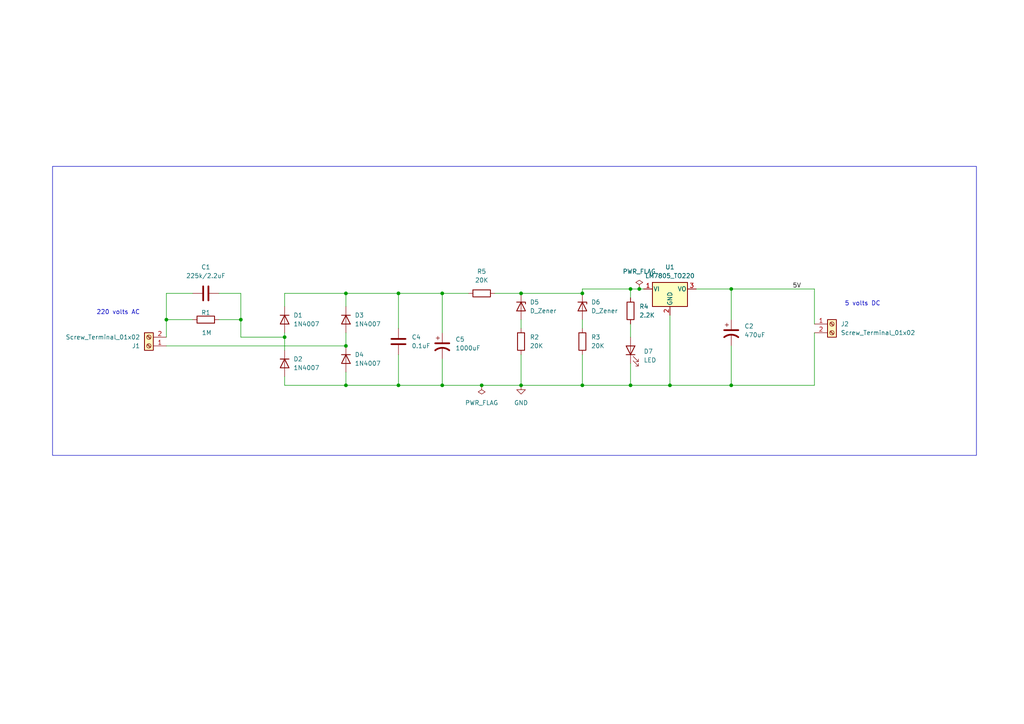
<source format=kicad_sch>
(kicad_sch (version 20231120) (generator "eeschema") (generator_version "8.0")
  (paper "A4")
  (title_block (title "Transformerless Power Supply") (date "21-01-25"))
  (lib_symbols
    (symbol "Connector:Screw_Terminal_01x02" (pin_names (offset 1.016) hide)
      (property "Reference" "J" (at 0 2.54 0))
      (property "Value" "Screw_Terminal_01x02" (at 0 -5.08 0))
      (symbol "Screw_Terminal_01x02_1_1"
        (rectangle (start -1.27 1.27) (end 1.27 -3.81) (stroke (width 0.254)) (fill (type background)))
        (circle (center 0 -2.54) (radius 0.635) (stroke (width 0.1524)))
        (polyline (pts (xy -0.5334 -2.2098) (xy 0.3302 -3.048)) (stroke (width 0.1524)))
        (polyline (pts (xy -0.5334 0.3302) (xy 0.3302 -0.508)) (stroke (width 0.1524)))
        (polyline (pts (xy -0.3556 -2.032) (xy 0.508 -2.8702)) (stroke (width 0.1524)))
        (polyline (pts (xy -0.3556 0.508) (xy 0.508 -0.3302)) (stroke (width 0.1524)))
        (circle (center 0 0) (radius 0.635) (stroke (width 0.1524)))
        (pin passive line (at -5.08 0 0) (length 3.81) (name "Pin_1") (number "1"))
        (pin passive line (at -5.08 -2.54 0) (length 3.81) (name "Pin_2") (number "2"))
      )
    )
    (symbol "Device:C" (pin_numbers hide) (pin_names (offset 0.254))
      (property "Reference" "C" (at 0.635 2.54 0))
      (property "Value" "C" (at 0.635 -2.54 0))
      (symbol "C_0_1"
        (polyline (pts (xy -2.032 -0.762) (xy 2.032 -0.762)) (stroke (width 0.508)))
        (polyline (pts (xy -2.032 0.762) (xy 2.032 0.762)) (stroke (width 0.508)))
      )
      (symbol "C_1_1"
        (pin passive line (at 0 3.81 270) (length 2.794) (name "~") (number "1"))
        (pin passive line (at 0 -3.81 90) (length 2.794) (name "~") (number "2"))
      )
    )
    (symbol "Device:C_Polarized_US" (pin_numbers hide) (pin_names (offset 0.254) hide)
      (property "Reference" "C" (at 0.635 2.54 0))
      (property "Value" "C_Polarized_US" (at 0.635 -2.54 0))
      (symbol "C_Polarized_US_0_1"
        (polyline (pts (xy -2.032 0.762) (xy 2.032 0.762)) (stroke (width 0.508)))
        (polyline (pts (xy -1.778 2.286) (xy -0.762 2.286)))
        (polyline (pts (xy -1.27 1.778) (xy -1.27 2.794)))
        (arc (start 2.032 -1.27) (mid 0 -0.5572) (end -2.032 -1.27) (stroke (width 0.508)))
      )
      (symbol "C_Polarized_US_1_1"
        (pin passive line (at 0 3.81 270) (length 2.794) (name "~") (number "1"))
        (pin passive line (at 0 -3.81 90) (length 3.302) (name "~") (number "2"))
      )
    )
    (symbol "Device:D_Zener" (pin_numbers hide) (pin_names (offset 1.016) hide)
      (property "Reference" "D" (at 0 2.54 0))
      (property "Value" "D_Zener" (at 0 -2.54 0))
      (symbol "D_Zener_0_1"
        (polyline (pts (xy 1.27 0) (xy -1.27 0)))
        (polyline (pts (xy -1.27 -1.27) (xy -1.27 1.27) (xy -0.762 1.27)) (stroke (width 0.254)))
        (polyline (pts (xy 1.27 -1.27) (xy 1.27 1.27) (xy -1.27 0) (xy 1.27 -1.27)) (stroke (width 0.254)))
      )
      (symbol "D_Zener_1_1"
        (pin passive line (at -3.81 0 0) (length 2.54) (name "K") (number "1"))
        (pin passive line (at 3.81 0 180) (length 2.54) (name "A") (number "2"))
      )
    )
    (symbol "Device:LED" (pin_numbers hide) (pin_names (offset 1.016) hide)
      (property "Reference" "D" (at 0 2.54 0))
      (property "Value" "LED" (at 0 -2.54 0))
      (symbol "LED_0_1"
        (polyline (pts (xy -1.27 -1.27) (xy -1.27 1.27)) (stroke (width 0.254)))
        (polyline (pts (xy -1.27 0) (xy 1.27 0)))
        (polyline (pts (xy 1.27 -1.27) (xy 1.27 1.27) (xy -1.27 0) (xy 1.27 -1.27)) (stroke (width 0.254)))
        (polyline (pts (xy -3.048 -0.762) (xy -4.572 -2.286) (xy -3.81 -2.286) (xy -4.572 -2.286) (xy -4.572 -1.524)))
        (polyline (pts (xy -1.778 -0.762) (xy -3.302 -2.286) (xy -2.54 -2.286) (xy -3.302 -2.286) (xy -3.302 -1.524)))
      )
      (symbol "LED_1_1"
        (pin passive line (at -3.81 0 0) (length 2.54) (name "K") (number "1"))
        (pin passive line (at 3.81 0 180) (length 2.54) (name "A") (number "2"))
      )
    )
    (symbol "Device:R" (pin_numbers hide) (pin_names (offset 0))
      (property "Reference" "R" (at 2.032 0 90))
      (property "Value" "R" (at 0 0 90))
      (symbol "R_0_1"
        (rectangle (start -1.016 -2.54) (end 1.016 2.54) (stroke (width 0.254)))
      )
      (symbol "R_1_1"
        (pin passive line (at 0 3.81 270) (length 1.27) (name "~") (number "1"))
        (pin passive line (at 0 -3.81 90) (length 1.27) (name "~") (number "2"))
      )
    )
    (symbol "Diode:1N4007" (pin_numbers hide) (pin_names hide)
      (property "Reference" "D" (at 0 2.54 0))
      (property "Value" "1N4007" (at 0 -2.54 0))
      (symbol "1N4007_0_1"
        (polyline (pts (xy -1.27 1.27) (xy -1.27 -1.27)) (stroke (width 0.254)))
        (polyline (pts (xy 1.27 0) (xy -1.27 0)))
        (polyline (pts (xy 1.27 1.27) (xy 1.27 -1.27) (xy -1.27 0) (xy 1.27 1.27)) (stroke (width 0.254)))
      )
      (symbol "1N4007_1_1"
        (pin passive line (at -3.81 0 0) (length 2.54) (name "K") (number "1"))
        (pin passive line (at 3.81 0 180) (length 2.54) (name "A") (number "2"))
      )
    )
    (symbol "Regulator_Linear:LM7805_TO220" (pin_names (offset 0.254))
      (property "Reference" "U" (at -3.81 3.175 0))
      (property "Value" "LM7805_TO220" (at 0 3.175 0))
      (symbol "LM7805_TO220_0_1"
        (rectangle (start -5.08 1.905) (end 5.08 -5.08) (stroke (width 0.254)) (fill (type background)))
      )
      (symbol "LM7805_TO220_1_1"
        (pin power_in line (at -7.62 0 0) (length 2.54) (name "VI") (number "1"))
        (pin power_in line (at 0 -7.62 90) (length 2.54) (name "GND") (number "2"))
        (pin power_out line (at 7.62 0 180) (length 2.54) (name "VO") (number "3"))
      )
    )
    (symbol "power:GND" (power) (pin_numbers hide) (pin_names (offset 0) hide)
      (property "Value" "GND" (at 0 -3.81 0))
      (symbol "GND_0_1"
        (polyline (pts (xy 0 0) (xy 0 -1.27) (xy 1.27 -1.27) (xy 0 -2.54) (xy -1.27 -1.27) (xy 0 -1.27)))
      )
      (symbol "GND_1_1"
        (pin power_in line (at 0 0 270) (length 0) (name "~") (number "1"))
      )
    )
    (symbol "power:PWR_FLAG" (power) (pin_numbers hide) (pin_names (offset 0) hide)
      (property "Value" "PWR_FLAG" (at 0 3.81 0))
      (symbol "PWR_FLAG_0_0"
        (pin power_out line (at 0 0 90) (length 0) (name "~") (number "1"))
      )
      (symbol "PWR_FLAG_0_1"
        (polyline (pts (xy 0 0) (xy 0 1.27) (xy -1.016 1.905) (xy 0 2.54) (xy 1.016 1.905) (xy 0 1.27)))
      )
    )
  )
  (junction (at 48.26 92.71))
  (junction (at 100.33 85.09))
  (junction (at 212.09 83.82))
  (junction (at 185.42 83.82))
  (junction (at 69.85 92.71))
  (junction (at 212.09 111.76))
  (junction (at 139.7 111.76))
  (junction (at 100.33 111.76))
  (junction (at 128.27 111.76))
  (junction (at 182.88 83.82))
  (junction (at 115.57 85.09))
  (junction (at 168.91 111.76))
  (junction (at 128.27 85.09))
  (junction (at 151.13 85.09))
  (junction (at 168.91 85.09))
  (junction (at 182.88 111.76))
  (junction (at 100.33 100.33))
  (junction (at 151.13 111.76))
  (junction (at 194.31 111.76))
  (junction (at 82.55 97.79))
  (junction (at 115.57 111.76))
  (wire (pts (xy 212.09 100.33) (xy 212.09 111.76)))
  (wire (pts (xy 182.88 83.82) (xy 182.88 86.36)))
  (wire (pts (xy 128.27 85.09) (xy 135.89 85.09)))
  (wire (pts (xy 194.31 111.76) (xy 182.88 111.76)))
  (wire (pts (xy 182.88 105.41) (xy 182.88 111.76)))
  (wire (pts (xy 69.85 92.71) (xy 63.5 92.71)))
  (wire (pts (xy 151.13 85.09) (xy 168.91 85.09)))
  (wire (pts (xy 69.85 97.79) (xy 82.55 97.79)))
  (wire (pts (xy 115.57 85.09) (xy 100.33 85.09)))
  (wire (pts (xy 100.33 111.76) (xy 115.57 111.76)))
  (wire (pts (xy 182.88 93.98) (xy 182.88 97.79)))
  (wire (pts (xy 48.26 92.71) (xy 48.26 97.79)))
  (wire (pts (xy 100.33 85.09) (xy 100.33 88.9)))
  (wire (pts (xy 82.55 85.09) (xy 100.33 85.09)))
  (wire (pts (xy 168.91 92.71) (xy 168.91 95.25)))
  (wire (pts (xy 151.13 102.87) (xy 151.13 111.76)))
  (wire (pts (xy 128.27 104.14) (xy 128.27 111.76)))
  (wire (pts (xy 194.31 91.44) (xy 194.31 111.76)))
  (wire (pts (xy 115.57 102.87) (xy 115.57 111.76)))
  (wire (pts (xy 100.33 96.52) (xy 100.33 100.33)))
  (wire (pts (xy 212.09 83.82) (xy 212.09 92.71)))
  (wire (pts (xy 48.26 85.09) (xy 55.88 85.09)))
  (wire (pts (xy 201.93 83.82) (xy 212.09 83.82)))
  (wire (pts (xy 168.91 111.76) (xy 151.13 111.76)))
  (wire (pts (xy 115.57 111.76) (xy 128.27 111.76)))
  (wire (pts (xy 143.51 85.09) (xy 151.13 85.09)))
  (wire (pts (xy 186.69 83.82) (xy 185.42 83.82)))
  (wire (pts (xy 82.55 88.9) (xy 82.55 85.09)))
  (wire (pts (xy 100.33 111.76) (xy 100.33 107.95)))
  (wire (pts (xy 236.22 93.98) (xy 236.22 83.82)))
  (wire (pts (xy 82.55 97.79) (xy 82.55 101.6)))
  (wire (pts (xy 69.85 85.09) (xy 69.85 92.71)))
  (wire (pts (xy 151.13 92.71) (xy 151.13 95.25)))
  (wire (pts (xy 182.88 111.76) (xy 168.91 111.76)))
  (wire (pts (xy 48.26 92.71) (xy 55.88 92.71)))
  (wire (pts (xy 139.7 111.76) (xy 128.27 111.76)))
  (wire (pts (xy 151.13 111.76) (xy 139.7 111.76)))
  (wire (pts (xy 168.91 83.82) (xy 168.91 85.09)))
  (wire (pts (xy 236.22 83.82) (xy 212.09 83.82)))
  (wire (pts (xy 82.55 111.76) (xy 100.33 111.76)))
  (wire (pts (xy 236.22 96.52) (xy 236.22 111.76)))
  (wire (pts (xy 236.22 111.76) (xy 212.09 111.76)))
  (wire (pts (xy 185.42 83.82) (xy 182.88 83.82)))
  (wire (pts (xy 128.27 85.09) (xy 115.57 85.09)))
  (wire (pts (xy 182.88 83.82) (xy 168.91 83.82)))
  (wire (pts (xy 48.26 100.33) (xy 100.33 100.33)))
  (wire (pts (xy 168.91 102.87) (xy 168.91 111.76)))
  (wire (pts (xy 48.26 85.09) (xy 48.26 92.71)))
  (wire (pts (xy 212.09 111.76) (xy 194.31 111.76)))
  (wire (pts (xy 63.5 85.09) (xy 69.85 85.09)))
  (wire (pts (xy 69.85 92.71) (xy 69.85 97.79)))
  (wire (pts (xy 82.55 96.52) (xy 82.55 97.79)))
  (wire (pts (xy 115.57 95.25) (xy 115.57 85.09)))
  (wire (pts (xy 128.27 96.52) (xy 128.27 85.09)))
  (wire (pts (xy 82.55 109.22) (xy 82.55 111.76)))
  (rectangle (start 15.24 48.26) (end 283.21 132.08))
  (text "220 volts AC\n" (at 34.29 90.678 0) (effects (font (size 1.27 1.27))))
  (text "5 volts DC" (at 250.19 88.138 0) (effects (font (size 1.27 1.27))))
  (label "5V" (at 229.87 83.82 0))
  (symbol (lib_id "Diode:1N4007") (at 82.55 92.71 270) (unit 1)
    (property "Reference" "D1" (at 85.09 91.4399 90) (effects (justify left)))
    (property "Value" "1N4007" (at 85.09 93.9799 90) (effects (justify left)))
    (property "Footprint" "Diode_THT:D_DO-41_SOD81_P10.16mm_Horizontal" (effects (hide yes)))
    (property "Datasheet" "http://www.vishay.com/docs/88503/1n4001.pdf" (effects (hide yes)))
    (property "Description" "1000V 1A General Purpose Rectifier Diode, DO-41" (effects (hide yes)))
    (property "Sim.Device" "D" (effects (hide yes)))
    (property "Sim.Pins" "1=K 2=A" (effects (hide yes)))
  )
  (symbol (lib_id "Device:C_Polarized_US") (at 212.09 96.52 0) (unit 1)
    (property "Reference" "C2" (at 215.9 94.6149 0) (effects (justify left)))
    (property "Value" "470uF" (at 215.9 97.1549 0) (effects (justify left)))
    (property "Footprint" "Capacitor_THT:CP_Radial_D10.0mm_P3.80mm" (effects (hide yes)))
    (property "Description" "Polarized capacitor, US symbol" (effects (hide yes)))
  )
  (symbol (lib_id "Connector:Screw_Terminal_01x02") (at 241.3 93.98 0) (unit 1)
    (property "Reference" "J2" (at 243.84 93.9799 0) (effects (justify left)))
    (property "Value" "Screw_Terminal_01x02" (at 243.84 96.5199 0) (effects (justify left)))
    (property "Footprint" "TerminalBlock:TerminalBlock_bornier-2_P5.08mm" (effects (hide yes)))
    (property "Description" "Generic screw terminal, single row, 01x02, script generated (kicad-library-utils/schlib/autogen/connector/)" (effects (hide yes)))
  )
  (symbol (lib_id "Diode:1N4007") (at 100.33 92.71 270) (unit 1)
    (property "Reference" "D3" (at 102.87 91.4399 90) (effects (justify left)))
    (property "Value" "1N4007" (at 102.87 93.9799 90) (effects (justify left)))
    (property "Footprint" "Diode_THT:D_DO-41_SOD81_P10.16mm_Horizontal" (effects (hide yes)))
    (property "Datasheet" "http://www.vishay.com/docs/88503/1n4001.pdf" (effects (hide yes)))
    (property "Description" "1000V 1A General Purpose Rectifier Diode, DO-41" (effects (hide yes)))
    (property "Sim.Device" "D" (effects (hide yes)))
    (property "Sim.Pins" "1=K 2=A" (effects (hide yes)))
  )
  (symbol (lib_id "Device:C") (at 115.57 99.06 0) (unit 1)
    (property "Reference" "C4" (at 119.38 97.7899 0) (effects (justify left)))
    (property "Value" "0.1uF" (at 119.38 100.3299 0) (effects (justify left)))
    (property "Footprint" "Capacitor_THT:C_Disc_D4.7mm_W2.5mm_P5.00mm" (effects (hide yes)))
    (property "Description" "Unpolarized capacitor" (effects (hide yes)))
  )
  (symbol (lib_id "Device:LED") (at 182.88 101.6 90) (unit 1)
    (property "Reference" "D7" (at 186.69 101.9174 90) (effects (justify right)))
    (property "Value" "LED" (at 186.69 104.4574 90) (effects (justify right)))
    (property "Footprint" "LED_THT:LED_D5.0mm" (effects (hide yes)))
    (property "Description" "Light emitting diode" (effects (hide yes)))
  )
  (symbol (lib_id "Regulator_Linear:LM7805_TO220") (at 194.31 83.82 0) (unit 1)
    (property "Reference" "U1" (at 194.31 77.47 0))
    (property "Value" "LM7805_TO220" (at 194.31 80.01 0))
    (property "Footprint" "Package_TO_SOT_THT:TO-220-3_Vertical" (effects (hide yes)))
    (property "Datasheet" "https://www.onsemi.cn/PowerSolutions/document/MC7800-D.PDF" (effects (hide yes)))
    (property "Description" "Positive 1A 35V Linear Regulator, Fixed Output 5V, TO-220" (effects (hide yes)))
  )
  (symbol (lib_id "Device:R") (at 168.91 99.06 0) (unit 1)
    (property "Reference" "R3" (at 171.45 97.7899 0) (effects (justify left)))
    (property "Value" "20K" (at 171.45 100.3299 0) (effects (justify left)))
    (property "Footprint" "Resistor_THT:R_Axial_DIN0207_L6.3mm_D2.5mm_P7.62mm_Horizontal" (effects (hide yes)))
    (property "Description" "Resistor" (effects (hide yes)))
  )
  (symbol (lib_id "Diode:1N4007") (at 100.33 104.14 270) (unit 1)
    (property "Reference" "D4" (at 102.87 102.8699 90) (effects (justify left)))
    (property "Value" "1N4007" (at 102.87 105.4099 90) (effects (justify left)))
    (property "Footprint" "Diode_THT:D_DO-41_SOD81_P10.16mm_Horizontal" (effects (hide yes)))
    (property "Datasheet" "http://www.vishay.com/docs/88503/1n4001.pdf" (effects (hide yes)))
    (property "Description" "1000V 1A General Purpose Rectifier Diode, DO-41" (effects (hide yes)))
    (property "Sim.Device" "D" (effects (hide yes)))
    (property "Sim.Pins" "1=K 2=A" (effects (hide yes)))
  )
  (symbol (lib_id "Device:D_Zener") (at 151.13 88.9 270) (unit 1)
    (property "Reference" "D5" (at 153.67 87.6299 90) (effects (justify left)))
    (property "Value" "D_Zener" (at 153.67 90.1699 90) (effects (justify left)))
    (property "Footprint" "Diode_THT:D_A-405_P7.62mm_Horizontal" (effects (hide yes)))
    (property "Description" "Zener diode" (effects (hide yes)))
  )
  (symbol (lib_id "Device:R") (at 151.13 99.06 0) (unit 1)
    (property "Reference" "R2" (at 153.67 97.7899 0) (effects (justify left)))
    (property "Value" "20K" (at 153.67 100.3299 0) (effects (justify left)))
    (property "Footprint" "Resistor_THT:R_Axial_DIN0207_L6.3mm_D2.5mm_P7.62mm_Horizontal" (effects (hide yes)))
    (property "Description" "Resistor" (effects (hide yes)))
  )
  (symbol (lib_id "Device:D_Zener") (at 168.91 88.9 270) (unit 1)
    (property "Reference" "D6" (at 171.45 87.6299 90) (effects (justify left)))
    (property "Value" "D_Zener" (at 171.45 90.1699 90) (effects (justify left)))
    (property "Footprint" "Diode_THT:D_A-405_P7.62mm_Horizontal" (effects (hide yes)))
    (property "Description" "Zener diode" (effects (hide yes)))
  )
  (symbol (lib_id "Device:C") (at 59.69 85.09 90) (unit 1)
    (property "Reference" "C1" (at 59.69 77.47 90))
    (property "Value" "225k/2.2uF" (at 59.69 80.01 90))
    (property "Footprint" "Capacitor_THT:C_Rect_L18.0mm_W6.0mm_P15.00mm_FKS3_FKP3" (effects (hide yes)))
    (property "Description" "Unpolarized capacitor" (effects (hide yes)))
  )
  (symbol (lib_id "power:PWR_FLAG") (at 185.42 83.82 0) (unit 1)
    (property "Reference" "#FLG01" (effects (hide yes)))
    (property "Value" "PWR_FLAG" (at 185.42 78.74 0))
    (property "Description" "Special symbol for telling ERC where power comes from" (effects (hide yes)))
  )
  (symbol (lib_id "Device:R") (at 182.88 90.17 0) (unit 1)
    (property "Reference" "R4" (at 185.42 88.8999 0) (effects (justify left)))
    (property "Value" "2.2K" (at 185.42 91.4399 0) (effects (justify left)))
    (property "Footprint" "Resistor_THT:R_Axial_DIN0207_L6.3mm_D2.5mm_P7.62mm_Horizontal" (effects (hide yes)))
    (property "Description" "Resistor" (effects (hide yes)))
  )
  (symbol (lib_id "Device:R") (at 59.69 92.71 90) (unit 1)
    (property "Reference" "R1" (at 59.69 90.678 90))
    (property "Value" "1M" (at 59.944 96.52 90))
    (property "Footprint" "Resistor_THT:R_Axial_DIN0207_L6.3mm_D2.5mm_P7.62mm_Horizontal" (effects (hide yes)))
    (property "Description" "Resistor" (effects (hide yes)))
  )
  (symbol (lib_id "power:GND") (at 151.13 111.76 0) (unit 1)
    (property "Reference" "#PWR01" (effects (hide yes)))
    (property "Value" "GND" (at 151.13 116.84 0))
    (property "Description" "Power symbol creates a global label with name \"GND\" , ground" (effects (hide yes)))
  )
  (symbol (lib_id "power:PWR_FLAG") (at 139.7 111.76 180) (unit 1)
    (property "Reference" "#FLG02" (effects (hide yes)))
    (property "Value" "PWR_FLAG" (at 139.7 116.84 0))
    (property "Description" "Special symbol for telling ERC where power comes from" (effects (hide yes)))
  )
  (symbol (lib_id "Device:R") (at 139.7 85.09 90) (unit 1)
    (property "Reference" "R5" (at 139.7 78.74 90))
    (property "Value" "20K" (at 139.7 81.28 90))
    (property "Footprint" "Resistor_THT:R_Axial_DIN0207_L6.3mm_D2.5mm_P7.62mm_Horizontal" (effects (hide yes)))
    (property "Description" "Resistor" (effects (hide yes)))
  )
  (symbol (lib_id "Diode:1N4007") (at 82.55 105.41 270) (unit 1)
    (property "Reference" "D2" (at 85.09 104.1399 90) (effects (justify left)))
    (property "Value" "1N4007" (at 85.09 106.6799 90) (effects (justify left)))
    (property "Footprint" "Diode_THT:D_DO-41_SOD81_P10.16mm_Horizontal" (effects (hide yes)))
    (property "Datasheet" "http://www.vishay.com/docs/88503/1n4001.pdf" (effects (hide yes)))
    (property "Description" "1000V 1A General Purpose Rectifier Diode, DO-41" (effects (hide yes)))
    (property "Sim.Device" "D" (effects (hide yes)))
    (property "Sim.Pins" "1=K 2=A" (effects (hide yes)))
  )
  (symbol (lib_id "Device:C_Polarized_US") (at 128.27 100.33 0) (unit 1)
    (property "Reference" "C5" (at 132.08 98.4249 0) (effects (justify left)))
    (property "Value" "1000uF" (at 132.08 100.9649 0) (effects (justify left)))
    (property "Footprint" "Capacitor_THT:CP_Radial_D10.0mm_P5.00mm" (effects (hide yes)))
    (property "Description" "Polarized capacitor, US symbol" (effects (hide yes)))
  )
  (symbol (lib_id "Connector:Screw_Terminal_01x02") (at 43.18 100.33 180) (unit 1)
    (property "Reference" "J1" (at 40.64 100.3301 0) (effects (justify left)))
    (property "Value" "Screw_Terminal_01x02" (at 40.64 97.7901 0) (effects (justify left)))
    (property "Footprint" "TerminalBlock:TerminalBlock_bornier-2_P5.08mm" (effects (hide yes)))
    (property "Description" "Generic screw terminal, single row, 01x02, script generated (kicad-library-utils/schlib/autogen/connector/)" (effects (hide yes)))
  )
)
</source>
